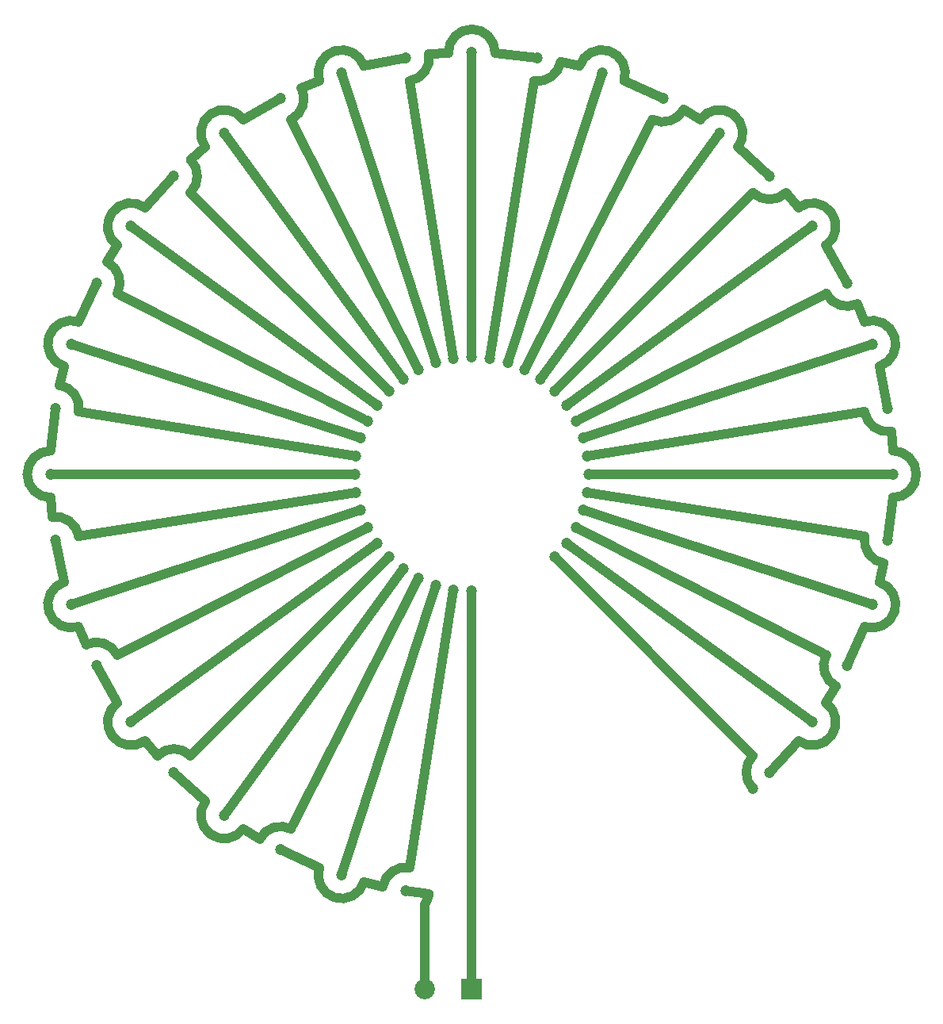
<source format=gbr>
%TF.GenerationSoftware,Altium Limited,Altium Designer,21.9.2 (33)*%
G04 Layer_Physical_Order=2*
G04 Layer_Color=16711680*
%FSLAX45Y45*%
%MOMM*%
%TF.SameCoordinates,75CE8345-0679-459C-92E2-866CE1B62050*%
%TF.FilePolarity,Positive*%
%TF.FileFunction,Copper,L2,Bot,Signal*%
%TF.Part,Single*%
G01*
G75*
%TA.AperFunction,Conductor*%
%ADD10C,1.00000*%
%TA.AperFunction,ViaPad*%
%ADD11R,2.17500X2.17500*%
%ADD12C,2.17500*%
%ADD13C,1.20000*%
D10*
X-501019Y-4590606D02*
G03*
X-456704Y-4481613I-202935J146015D01*
G01*
X-664846Y-4197669D02*
G03*
X-950536Y-4403398I-39108J-246922D01*
G01*
X2846041Y3491918D02*
G03*
X2441536Y3785808I-201011J148653D01*
G01*
X3005199Y3005199D02*
G03*
X3357261Y3003711I176781J176781D01*
G01*
X1929457Y3786772D02*
G03*
X2264739Y3894149I113497J222751D01*
G01*
X4354995Y1152168D02*
G03*
X4200492Y1627678I-75241J238408D01*
G01*
X3785807Y2441545D02*
G03*
X3491926Y2846038I-145231J203489D01*
G01*
X3786772Y1929457D02*
G03*
X4121142Y1819248I222757J113501D01*
G01*
X1627678Y4200492D02*
G03*
X1152168Y4354995I-237102J79262D01*
G01*
X664846Y4197669D02*
G03*
X950536Y4403398I39108J246922D01*
G01*
X249991Y4497886D02*
G03*
X-249991Y4497886I-249991J2114D01*
G01*
X-664846Y4197669D02*
G03*
X-456711Y4481612I-39108J246922D01*
G01*
X4197669Y664846D02*
G03*
X4481618Y456705I246928J39110D01*
G01*
X4497886Y-249991D02*
G03*
X4497886Y249991I2114J249991D01*
G01*
X4197669Y-664846D02*
G03*
X4403401Y-950544I246928J-39110D01*
G01*
X4200486Y-1627684D02*
G03*
X4354993Y-1152160I79261J237110D01*
G01*
X3786772Y-1929457D02*
G03*
X3894149Y-2264747I222757J-113501D01*
G01*
X3491926Y-2846038D02*
G03*
X3785807Y-2441545I148651J201004D01*
G01*
X3005199Y-3005199D02*
G03*
X3003711Y-3357261I176781J-176781D01*
G01*
X-1152160Y4354993D02*
G03*
X-1627684Y4200486I-238414J-75245D01*
G01*
X-1929457Y3786772D02*
G03*
X-1819252Y4121135I-113497J222751D01*
G01*
X-2441545Y3785807D02*
G03*
X-2846038Y3491926I-203489J-145231D01*
G01*
X-3005199Y3005199D02*
G03*
X-3003713Y3357253I-176776J176776D01*
G01*
X-3491926Y2846038D02*
G03*
X-3785807Y2441545I-148651J-201004D01*
G01*
X-3786772Y1929457D02*
G03*
X-3894149Y2264747I-222757J113501D01*
G01*
X-4200492Y1627678D02*
G03*
X-4354995Y1152168I-79262J-237102D01*
G01*
X-4197676Y664847D02*
G03*
X-4403403Y950537I-246922J39109D01*
G01*
X-1929457Y-3786772D02*
G03*
X-2264739Y-3894149I-113497J-222751D01*
G01*
X-1627684Y-4200486D02*
G03*
X-1152160Y-4354993I237110J-79261D01*
G01*
X-3786772Y-1929457D02*
G03*
X-4121142Y-1819248I-222757J-113501D01*
G01*
X-4197669Y-664846D02*
G03*
X-4481612Y-456711I-246922J-39108D01*
G01*
X-4497882Y249997D02*
G03*
X-4497882Y-249997I-2112J-249997D01*
G01*
X-4354995Y-1152168D02*
G03*
X-4200492Y-1627678I75241J-238408D01*
G01*
X-2846041Y-3491918D02*
G03*
X-2441536Y-3785808I201011J-148653D01*
G01*
X-3785807Y-2441545D02*
G03*
X-3491926Y-2846038I145231J-203489D01*
G01*
X-3005199Y-3005199D02*
G03*
X-3357261Y-3003711I-176781J-176781D01*
G01*
X-703954Y-4444591D02*
X-456704Y-4481613D01*
X-500000Y-5500000D02*
Y-4591339D01*
X2846041Y3491918D02*
X3181980Y3181980D01*
X3357261Y3003711D02*
X3491926Y2846038D01*
X2264739Y3894149D02*
X2441536Y3785808D01*
X883883Y883883D02*
X3005199Y3005199D01*
X4121142Y1819248D02*
X4200492Y1627678D01*
X4354995Y1152168D02*
X4444597Y703955D01*
X3785807Y2441545D02*
X4009529Y2042957D01*
X950536Y4403398D02*
X1152168Y4354995D01*
X249991Y4497886D02*
X703954Y4444591D01*
X-456711Y4481612D02*
X-249991Y4497886D01*
X1627678Y4200492D02*
X2042954Y4009523D01*
X567488Y1113758D02*
X1929457Y3786772D01*
X195543Y1234610D02*
X664846Y4197669D01*
X-664846D02*
X-195543Y1234610D01*
X4481618Y456705D02*
X4497886Y249991D01*
X4444597Y-703955D02*
X4497886Y-249991D01*
X1234610Y195543D02*
X4197669Y664846D01*
X1234610Y-195543D02*
X4197669Y-664846D01*
X4354993Y-1152160D02*
X4403401Y-950544D01*
X4009529Y-2042957D02*
X4200486Y-1627684D01*
X3785807Y-2441545D02*
X3894149Y-2264747D01*
X1113758Y567488D02*
X3786772Y1929457D01*
X1113758Y-567488D02*
X3786772Y-1929457D01*
X883883Y-883883D02*
X3005199Y-3005199D01*
X3181980Y-3181980D02*
X3491926Y-2846038D01*
X-664846Y-4197669D02*
X-195543Y-1234610D01*
X-1152160Y4354993D02*
X-703954Y4444591D01*
X-1819252Y4121135D02*
X-1627684Y4200486D01*
X-1929457Y3786772D02*
X-567488Y1113758D01*
X-3005199Y3005199D02*
X-883883Y883883D01*
X-3786772Y1929457D02*
X-1113758Y567488D01*
X-4197676Y664847D02*
X-1234610Y195543D01*
X-2441545Y3785807D02*
X-2042954Y4009523D01*
X-3003713Y3357253D02*
X-2846038Y3491926D01*
X-3003713Y3357253D02*
X-3003713D01*
X-3491926Y2846038D02*
X-3181976Y3181976D01*
X-3894149Y2264747D02*
X-3785807Y2441545D01*
X-4200492Y1627678D02*
X-4009529Y2042957D01*
X-4403403Y950537D02*
X-4354995Y1152168D01*
X-4497882Y249997D02*
X-4444597Y703955D01*
X-3005199Y-3005199D02*
X-883883Y-883883D01*
X-3786772Y-1929457D02*
X-1113758Y-567488D01*
X-4197669Y-664846D02*
X-1234610Y-195543D01*
X-1152160Y-4354993D02*
X-950536Y-4403398D01*
X-1929457Y-3786772D02*
X-567488Y-1113758D01*
X-2042954Y-4009523D02*
X-1627684Y-4200486D01*
X-4200492Y-1627678D02*
X-4121142Y-1819248D01*
X-4009529Y-2042957D02*
X-3785807Y-2441545D01*
X-4497882Y-249997D02*
X-4481612Y-456711D01*
X-4444591Y-703954D02*
X-4354995Y-1152168D01*
X-3181980Y-3181980D02*
X-2846041Y-3491918D01*
X-2441536Y-3785808D02*
X-2264739Y-3894149D01*
X-3491926Y-2846038D02*
X-3357261Y-3003711D01*
X1011271Y-734732D02*
X3640576Y-2645034D01*
X-1Y-5500000D02*
X0Y-1250000D01*
X1188820Y-386271D02*
X4279748Y-1390574D01*
X1250000Y0D02*
X4500000D01*
X1188820Y386271D02*
X4279754Y1390576D01*
X1011271Y734731D02*
X3640576Y2645034D01*
X734731Y1011271D02*
X2645030Y3640571D01*
X386271Y1188821D02*
X1390576Y4279754D01*
X0Y1250000D02*
Y4500000D01*
X-1390574Y4279748D02*
X-386271Y1188821D01*
X-2645034Y3640576D02*
X-734732Y1011271D01*
X-3640576Y2645034D02*
X-1011271Y734731D01*
X-4279754Y1390576D02*
X-1188820Y386271D01*
X-4499993Y0D02*
X-1250000D01*
X-4279754Y-1390576D02*
X-1188821Y-386271D01*
X-3640576Y-2645034D02*
X-1011271Y-734731D01*
X-2645030Y-3640571D02*
X-734731Y-1011271D01*
X-1390574Y-4279748D02*
X-386271Y-1188820D01*
D11*
X0Y-5500000D02*
D03*
D12*
X-500000D02*
D03*
D13*
X-3181980Y-3181980D02*
D03*
X567488Y1113758D02*
D03*
X3640576Y-2645034D02*
D03*
X3181980Y-3181980D02*
D03*
X3003716Y-3357256D02*
D03*
X386271Y1188821D02*
D03*
X1011271Y734731D02*
D03*
X3181980Y3181980D02*
D03*
X883883Y883883D02*
D03*
X734731Y1011271D02*
D03*
X4444597Y-703955D02*
D03*
X2645030Y3640571D02*
D03*
X2042954Y4009523D02*
D03*
X1390576Y4279754D02*
D03*
X703954Y4444591D02*
D03*
X0Y4500000D02*
D03*
X-703954Y4444591D02*
D03*
X-1390574Y4279748D02*
D03*
X-2042954Y4009523D02*
D03*
X-2645034Y3640576D02*
D03*
X-3181976Y3181976D02*
D03*
X-3640576Y2645034D02*
D03*
X-4009529Y2042957D02*
D03*
X-4279754Y1390576D02*
D03*
X-4444597Y703955D02*
D03*
X-4499993Y0D02*
D03*
X-4444591Y-703954D02*
D03*
X-4279754Y-1390576D02*
D03*
X-4009529Y-2042957D02*
D03*
X-3640576Y-2645034D02*
D03*
X-2645030Y-3640571D02*
D03*
X-2042954Y-4009523D02*
D03*
X-1390574Y-4279748D02*
D03*
X-703954Y-4444591D02*
D03*
X4009529Y-2042957D02*
D03*
X4279748Y-1390574D02*
D03*
X4500000Y0D02*
D03*
X4444597Y703955D02*
D03*
X4279754Y1390576D02*
D03*
X4009529Y2042957D02*
D03*
X3640576Y2645034D02*
D03*
X1234610Y195543D02*
D03*
X1188820Y386271D02*
D03*
X1113758Y567488D02*
D03*
X1250000Y0D02*
D03*
X1234610Y-195543D02*
D03*
X1188820Y-386271D02*
D03*
X1113758Y-567488D02*
D03*
X1011271Y-734732D02*
D03*
X883883Y-883883D02*
D03*
X0Y-1250000D02*
D03*
X-195543Y-1234610D02*
D03*
X-386271Y-1188820D02*
D03*
X-567488Y-1113758D02*
D03*
X-734731Y-1011271D02*
D03*
X-883883Y-883883D02*
D03*
X-1011271Y-734731D02*
D03*
X-1113758Y-567488D02*
D03*
X-1188821Y-386271D02*
D03*
X-1234610Y-195543D02*
D03*
X-1250000Y0D02*
D03*
X-1234610Y195543D02*
D03*
X-1188820Y386271D02*
D03*
X-1113758Y567488D02*
D03*
X-1011271Y734731D02*
D03*
X-883883Y883883D02*
D03*
X-734732Y1011271D02*
D03*
X-567488Y1113758D02*
D03*
X-386271Y1188821D02*
D03*
X-195543Y1234610D02*
D03*
X0Y1250000D02*
D03*
X195543Y1234610D02*
D03*
%TF.MD5,0b1ef6f8fe5c5b10e3e60d02b08656bc*%
M02*

</source>
